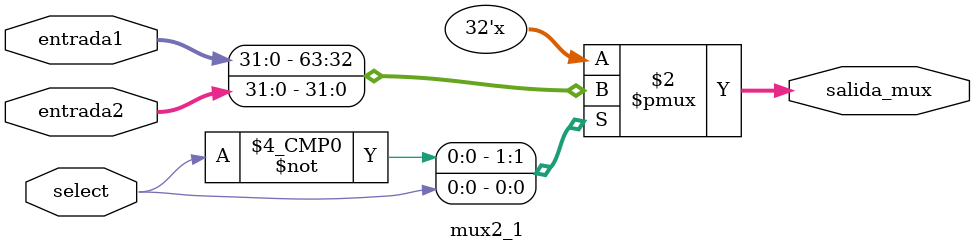
<source format=sv>
module mux2_1 (
    input logic select,
    input logic [W-1:0] entrada1,
    input logic [W-1:0] entrada2,

    output logic [W-1:0] salida_mux
);

parameter W=32;

always_comb begin
    case(select)
        1'b0: salida_mux=entrada1;
        1'b1: salida_mux=entrada2;
        
    endcase
end
  
endmodule
</source>
